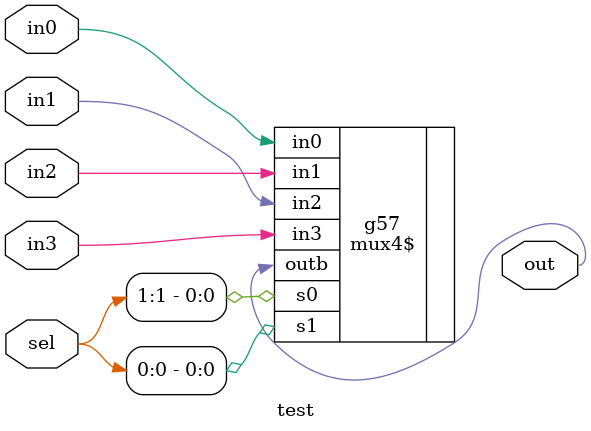
<source format=v>


// Verification Directory fv/test 

module test(in0, in1, in2, in3, sel, out);
  input in0, in1, in2, in3;
  input [1:0] sel;
  output out;
  wire in0, in1, in2, in3;
  wire [1:0] sel;
  wire out;
  mux4$ g57(.s1 (sel[0]), .s0 (sel[1]), .in0 (in0), .in1 (in2), .in2
       (in1), .in3 (in3), .outb (out));
endmodule


</source>
